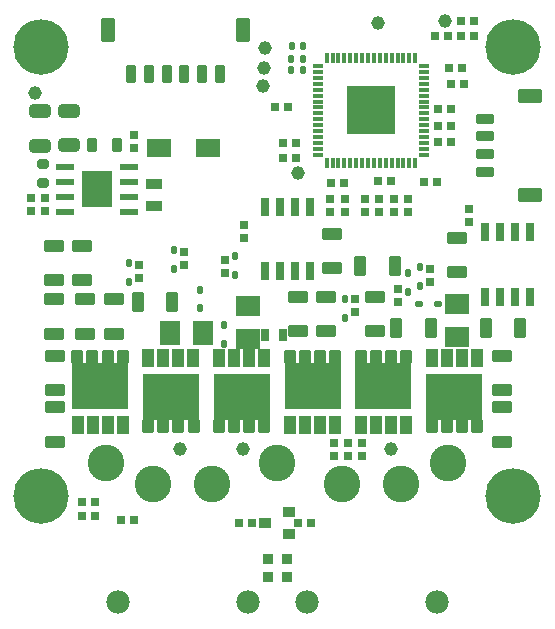
<source format=gbr>
%TF.GenerationSoftware,KiCad,Pcbnew,7.0.6*%
%TF.CreationDate,2023-08-06T04:52:03+10:00*%
%TF.ProjectId,controller,636f6e74-726f-46c6-9c65-722e6b696361,rev?*%
%TF.SameCoordinates,Original*%
%TF.FileFunction,Soldermask,Top*%
%TF.FilePolarity,Negative*%
%FSLAX46Y46*%
G04 Gerber Fmt 4.6, Leading zero omitted, Abs format (unit mm)*
G04 Created by KiCad (PCBNEW 7.0.6) date 2023-08-06 04:52:03*
%MOMM*%
%LPD*%
G01*
G04 APERTURE LIST*
G04 Aperture macros list*
%AMRoundRect*
0 Rectangle with rounded corners*
0 $1 Rounding radius*
0 $2 $3 $4 $5 $6 $7 $8 $9 X,Y pos of 4 corners*
0 Add a 4 corners polygon primitive as box body*
4,1,4,$2,$3,$4,$5,$6,$7,$8,$9,$2,$3,0*
0 Add four circle primitives for the rounded corners*
1,1,$1+$1,$2,$3*
1,1,$1+$1,$4,$5*
1,1,$1+$1,$6,$7*
1,1,$1+$1,$8,$9*
0 Add four rect primitives between the rounded corners*
20,1,$1+$1,$2,$3,$4,$5,0*
20,1,$1+$1,$4,$5,$6,$7,0*
20,1,$1+$1,$6,$7,$8,$9,0*
20,1,$1+$1,$8,$9,$2,$3,0*%
G04 Aperture macros list end*
%ADD10RoundRect,0.050800X-0.800000X0.450000X-0.800000X-0.450000X0.800000X-0.450000X0.800000X0.450000X0*%
%ADD11RoundRect,0.050800X-0.250000X-0.300000X0.250000X-0.300000X0.250000X0.300000X-0.250000X0.300000X0*%
%ADD12RoundRect,0.050800X-0.300000X0.250000X-0.300000X-0.250000X0.300000X-0.250000X0.300000X0.250000X0*%
%ADD13RoundRect,0.050800X0.450000X0.400000X-0.450000X0.400000X-0.450000X-0.400000X0.450000X-0.400000X0*%
%ADD14C,1.151600*%
%ADD15RoundRect,0.050800X0.250000X0.300000X-0.250000X0.300000X-0.250000X-0.300000X0.250000X-0.300000X0*%
%ADD16C,4.700000*%
%ADD17C,3.101600*%
%ADD18RoundRect,0.050800X0.300000X-0.250000X0.300000X0.250000X-0.300000X0.250000X-0.300000X-0.250000X0*%
%ADD19RoundRect,0.050800X-1.000000X0.800000X-1.000000X-0.800000X1.000000X-0.800000X1.000000X0.800000X0*%
%ADD20RoundRect,0.140000X-0.140000X-0.170000X0.140000X-0.170000X0.140000X0.170000X-0.140000X0.170000X0*%
%ADD21RoundRect,0.050800X-0.210000X0.275000X-0.210000X-0.275000X0.210000X-0.275000X0.210000X0.275000X0*%
%ADD22RoundRect,0.250000X-0.650000X0.325000X-0.650000X-0.325000X0.650000X-0.325000X0.650000X0.325000X0*%
%ADD23R,0.700000X1.550000*%
%ADD24RoundRect,0.050800X-0.400000X0.400000X-0.400000X-0.400000X0.400000X-0.400000X0.400000X0.400000X0*%
%ADD25RoundRect,0.050800X0.450000X0.800000X-0.450000X0.800000X-0.450000X-0.800000X0.450000X-0.800000X0*%
%ADD26C,1.976600*%
%ADD27RoundRect,0.050800X0.800000X-0.450000X0.800000X0.450000X-0.800000X0.450000X-0.800000X-0.450000X0*%
%ADD28RoundRect,0.050800X-0.300000X-0.450000X0.300000X-0.450000X0.300000X0.450000X-0.300000X0.450000X0*%
%ADD29R,2.100000X1.550000*%
%ADD30RoundRect,0.050800X-0.425000X-0.725000X0.425000X-0.725000X0.425000X0.725000X-0.425000X0.725000X0*%
%ADD31RoundRect,0.050800X-0.425000X-0.550000X0.425000X-0.550000X0.425000X0.550000X-0.425000X0.550000X0*%
%ADD32RoundRect,0.050800X-2.350000X-1.900000X2.350000X-1.900000X2.350000X1.900000X-2.350000X1.900000X0*%
%ADD33RoundRect,0.050800X-0.350000X-0.700000X0.350000X-0.700000X0.350000X0.700000X-0.350000X0.700000X0*%
%ADD34RoundRect,0.050800X-0.550000X-0.950000X0.550000X-0.950000X0.550000X0.950000X-0.550000X0.950000X0*%
%ADD35RoundRect,0.218750X0.218750X0.381250X-0.218750X0.381250X-0.218750X-0.381250X0.218750X-0.381250X0*%
%ADD36R,0.850000X0.300000*%
%ADD37R,0.300000X0.850000*%
%ADD38R,4.100000X4.100000*%
%ADD39RoundRect,0.050800X0.800000X1.000000X-0.800000X1.000000X-0.800000X-1.000000X0.800000X-1.000000X0*%
%ADD40RoundRect,0.050800X-0.450000X-0.800000X0.450000X-0.800000X0.450000X0.800000X-0.450000X0.800000X0*%
%ADD41R,1.550000X0.600000*%
%ADD42R,2.600000X3.100000*%
%ADD43RoundRect,0.050800X0.210000X-0.275000X0.210000X0.275000X-0.210000X0.275000X-0.210000X-0.275000X0*%
%ADD44RoundRect,0.050800X0.425000X0.725000X-0.425000X0.725000X-0.425000X-0.725000X0.425000X-0.725000X0*%
%ADD45RoundRect,0.050800X0.425000X0.550000X-0.425000X0.550000X-0.425000X-0.550000X0.425000X-0.550000X0*%
%ADD46RoundRect,0.050800X2.350000X1.900000X-2.350000X1.900000X-2.350000X-1.900000X2.350000X-1.900000X0*%
%ADD47RoundRect,0.200000X0.275000X-0.200000X0.275000X0.200000X-0.275000X0.200000X-0.275000X-0.200000X0*%
%ADD48RoundRect,0.050800X-0.700000X0.350000X-0.700000X-0.350000X0.700000X-0.350000X0.700000X0.350000X0*%
%ADD49RoundRect,0.050800X-0.950000X0.550000X-0.950000X-0.550000X0.950000X-0.550000X0.950000X0.550000X0*%
%ADD50RoundRect,0.050800X-0.650000X0.350000X-0.650000X-0.350000X0.650000X-0.350000X0.650000X0.350000X0*%
%ADD51RoundRect,0.050800X-0.275000X-0.210000X0.275000X-0.210000X0.275000X0.210000X-0.275000X0.210000X0*%
G04 APERTURE END LIST*
D10*
%TO.C,C22*%
X132236100Y-105753600D03*
X132236100Y-102853600D03*
%TD*%
D11*
%TO.C,C18*%
X163230000Y-86700000D03*
X162130000Y-86700000D03*
%TD*%
D12*
%TO.C,C12*%
X145710000Y-97650000D03*
X145710000Y-96550000D03*
%TD*%
D13*
%TO.C,D4*%
X149501100Y-122753600D03*
X149501100Y-120853600D03*
X147501100Y-121803600D03*
%TD*%
D11*
%TO.C,R1*%
X151384000Y-121793000D03*
X150284000Y-121793000D03*
%TD*%
D14*
%TO.C,DG2*%
X157060000Y-79430000D03*
%TD*%
D15*
%TO.C,R4*%
X163180000Y-84610000D03*
X164280000Y-84610000D03*
%TD*%
D16*
%TO.C,M1*%
X128501100Y-81503600D03*
%TD*%
D15*
%TO.C,R3*%
X163050000Y-83300000D03*
X164150000Y-83300000D03*
%TD*%
D17*
%TO.C,C0*%
X163001100Y-116703600D03*
%TD*%
D15*
%TO.C,C8*%
X135251100Y-121503600D03*
X136351100Y-121503600D03*
%TD*%
D18*
%TO.C,R24*%
X155101100Y-102803600D03*
X155101100Y-103903600D03*
%TD*%
D19*
%TO.C,RB0*%
X146001100Y-103403600D03*
X146001100Y-106203600D03*
%TD*%
D10*
%TO.C,C23*%
X134701100Y-105753600D03*
X134701100Y-102853600D03*
%TD*%
D20*
%TO.C,C64*%
X149710000Y-82460000D03*
X150670000Y-82460000D03*
%TD*%
D12*
%TO.C,R8*%
X155701100Y-116153600D03*
X155701100Y-115053600D03*
%TD*%
D21*
%TO.C,D9*%
X160611100Y-100153600D03*
X160611100Y-101753600D03*
%TD*%
D22*
%TO.C,C1*%
X128450000Y-86885000D03*
X128450000Y-89835000D03*
%TD*%
D18*
%TO.C,R27*%
X161451100Y-100253600D03*
X161451100Y-101353600D03*
%TD*%
D19*
%TO.C,RC0*%
X163750000Y-103220000D03*
X163750000Y-106020000D03*
%TD*%
D23*
%TO.C,IC3*%
X147480000Y-100460000D03*
X148750000Y-100460000D03*
X150020000Y-100460000D03*
X151290000Y-100460000D03*
X151290000Y-95010000D03*
X150020000Y-95010000D03*
X148750000Y-95010000D03*
X147480000Y-95010000D03*
%TD*%
D24*
%TO.C,D3*%
X149301100Y-126353600D03*
X149301100Y-124853600D03*
%TD*%
D15*
%TO.C,R12*%
X148980000Y-90880000D03*
X150080000Y-90880000D03*
%TD*%
%TO.C,C55*%
X132001100Y-121153600D03*
X133101100Y-121153600D03*
%TD*%
D25*
%TO.C,C61*%
X136701100Y-103103600D03*
X139601100Y-103103600D03*
%TD*%
D18*
%TO.C,R5*%
X154230000Y-94320000D03*
X154230000Y-95420000D03*
%TD*%
D23*
%TO.C,IC1*%
X169920000Y-97190000D03*
X168650000Y-97190000D03*
X167380000Y-97190000D03*
X166110000Y-97190000D03*
X166110000Y-102640000D03*
X167380000Y-102640000D03*
X168650000Y-102640000D03*
X169920000Y-102640000D03*
%TD*%
D12*
%TO.C,R19*%
X127650000Y-95390000D03*
X127650000Y-94290000D03*
%TD*%
D21*
%TO.C,D12*%
X159571100Y-100643600D03*
X159571100Y-102243600D03*
%TD*%
D12*
%TO.C,R14*%
X158380000Y-95450000D03*
X158380000Y-94350000D03*
%TD*%
D11*
%TO.C,C15*%
X163210000Y-89570000D03*
X162110000Y-89570000D03*
%TD*%
D17*
%TO.C,J1*%
X159001100Y-118503600D03*
X154001100Y-118503600D03*
D26*
X162001100Y-128503600D03*
X151001100Y-128503600D03*
%TD*%
D18*
%TO.C,R26*%
X158746100Y-102003600D03*
X158746100Y-103103600D03*
%TD*%
D11*
%TO.C,C9*%
X165190000Y-80550000D03*
X164090000Y-80550000D03*
%TD*%
D18*
%TO.C,R23*%
X140590000Y-98870000D03*
X140590000Y-99970000D03*
%TD*%
D27*
%TO.C,C32*%
X129651100Y-112003600D03*
X129651100Y-114903600D03*
%TD*%
D17*
%TO.C,J2*%
X143001100Y-118503600D03*
X138001100Y-118503600D03*
D26*
X146001100Y-128503600D03*
X135001100Y-128503600D03*
%TD*%
D28*
%TO.C,C62*%
X149006100Y-105853600D03*
X147506100Y-105853600D03*
%TD*%
D12*
%TO.C,R11*%
X128800000Y-95380000D03*
X128800000Y-94280000D03*
%TD*%
D18*
%TO.C,C5*%
X136370000Y-88970000D03*
X136370000Y-90070000D03*
%TD*%
D20*
%TO.C,C19*%
X149710000Y-83470000D03*
X150670000Y-83470000D03*
%TD*%
D17*
%TO.C,B0*%
X148501100Y-116703600D03*
%TD*%
D11*
%TO.C,C10*%
X162960000Y-80560000D03*
X161860000Y-80560000D03*
%TD*%
D10*
%TO.C,C26*%
X156751100Y-105553600D03*
X156751100Y-102653600D03*
%TD*%
D21*
%TO.C,D11*%
X154251100Y-102853600D03*
X154251100Y-104453600D03*
%TD*%
D29*
%TO.C,D14*%
X138470000Y-90030000D03*
X142670000Y-90030000D03*
%TD*%
D30*
%TO.C,Q3*%
X149596100Y-113453600D03*
X150866100Y-113453600D03*
X152136100Y-113453600D03*
X153406100Y-113453600D03*
D31*
X153426100Y-107753600D03*
X152138600Y-107753600D03*
X150863600Y-107753600D03*
X149576100Y-107753600D03*
D32*
X151501100Y-110153600D03*
%TD*%
D10*
%TO.C,C28*%
X129641100Y-105763600D03*
X129641100Y-102863600D03*
%TD*%
D21*
%TO.C,D8*%
X144931800Y-99161800D03*
X144931800Y-100761800D03*
%TD*%
D33*
%TO.C,SWD0*%
X143651100Y-83803600D03*
X142151100Y-83803600D03*
X140651100Y-83803600D03*
X139151100Y-83803600D03*
X137651100Y-83803600D03*
X136151100Y-83803600D03*
D34*
X145601100Y-80053600D03*
X134201100Y-80053600D03*
%TD*%
D10*
%TO.C,C35*%
X163731100Y-100538600D03*
X163731100Y-97638600D03*
%TD*%
D12*
%TO.C,R15*%
X159590000Y-95460000D03*
X159590000Y-94360000D03*
%TD*%
D35*
%TO.C,L1*%
X134970000Y-89800000D03*
X132845000Y-89800000D03*
%TD*%
D14*
%TO.C,TEMP1*%
X147490000Y-81570000D03*
%TD*%
D36*
%TO.C,IC2*%
X151990000Y-83100000D03*
X151990000Y-83600000D03*
X151990000Y-84100000D03*
X151990000Y-84600000D03*
X151990000Y-85100000D03*
X151990000Y-85600000D03*
X151990000Y-86100000D03*
X151990000Y-86600000D03*
X151990000Y-87100000D03*
X151990000Y-87600000D03*
X151990000Y-88100000D03*
X151990000Y-88600000D03*
X151990000Y-89100000D03*
X151990000Y-89600000D03*
X151990000Y-90100000D03*
X151990000Y-90600000D03*
D37*
X152690000Y-91300000D03*
X153190000Y-91300000D03*
X153690000Y-91300000D03*
X154190000Y-91300000D03*
X154690000Y-91300000D03*
X155190000Y-91300000D03*
X155690000Y-91300000D03*
X156190000Y-91300000D03*
X156690000Y-91300000D03*
X157190000Y-91300000D03*
X157690000Y-91300000D03*
X158190000Y-91300000D03*
X158690000Y-91300000D03*
X159190000Y-91300000D03*
X159690000Y-91300000D03*
X160190000Y-91300000D03*
D36*
X160890000Y-90600000D03*
X160890000Y-90100000D03*
X160890000Y-89600000D03*
X160890000Y-89100000D03*
X160890000Y-88600000D03*
X160890000Y-88100000D03*
X160890000Y-87600000D03*
X160890000Y-87100000D03*
X160890000Y-86600000D03*
X160890000Y-86100000D03*
X160890000Y-85600000D03*
X160890000Y-85100000D03*
X160890000Y-84600000D03*
X160890000Y-84100000D03*
X160890000Y-83600000D03*
X160890000Y-83100000D03*
D37*
X160190000Y-82400000D03*
X159690000Y-82400000D03*
X159190000Y-82400000D03*
X158690000Y-82400000D03*
X158190000Y-82400000D03*
X157690000Y-82400000D03*
X157190000Y-82400000D03*
X156690000Y-82400000D03*
X156190000Y-82400000D03*
X155690000Y-82400000D03*
X155190000Y-82400000D03*
X154690000Y-82400000D03*
X154190000Y-82400000D03*
X153690000Y-82400000D03*
X153190000Y-82400000D03*
X152690000Y-82400000D03*
D38*
X156440000Y-86850000D03*
%TD*%
D14*
%TO.C,DA0*%
X140301100Y-115503600D03*
%TD*%
D20*
%TO.C,C38*%
X149720000Y-81430000D03*
X150680000Y-81430000D03*
%TD*%
D11*
%TO.C,C57*%
X154120000Y-93030000D03*
X153020000Y-93030000D03*
%TD*%
D21*
%TO.C,D1*%
X141946100Y-102018600D03*
X141946100Y-103618600D03*
%TD*%
D39*
%TO.C,RA0*%
X142261100Y-105733600D03*
X139461100Y-105733600D03*
%TD*%
D14*
%TO.C,DBG1*%
X147400000Y-83250000D03*
%TD*%
D25*
%TO.C,C33*%
X166180000Y-105270000D03*
X169080000Y-105270000D03*
%TD*%
D15*
%TO.C,R13*%
X148980000Y-89590000D03*
X150080000Y-89590000D03*
%TD*%
D10*
%TO.C,C27*%
X153120000Y-100220000D03*
X153120000Y-97320000D03*
%TD*%
D21*
%TO.C,D10*%
X135951100Y-99803600D03*
X135951100Y-101403600D03*
%TD*%
D18*
%TO.C,R25*%
X144111800Y-99561800D03*
X144111800Y-100661800D03*
%TD*%
D40*
%TO.C,C34*%
X158440000Y-99990000D03*
X155540000Y-99990000D03*
%TD*%
D12*
%TO.C,R6*%
X153000000Y-95420000D03*
X153000000Y-94320000D03*
%TD*%
D30*
%TO.C,Q5*%
X155596100Y-113453600D03*
X156866100Y-113453600D03*
X158136100Y-113453600D03*
X159406100Y-113453600D03*
D31*
X159426100Y-107753600D03*
X158138600Y-107753600D03*
X156863600Y-107753600D03*
X155576100Y-107753600D03*
D32*
X157501100Y-110153600D03*
%TD*%
D16*
%TO.C,M2*%
X168501100Y-81503600D03*
%TD*%
D14*
%TO.C,DC0*%
X158101100Y-115503600D03*
%TD*%
D11*
%TO.C,C16*%
X149430000Y-86580000D03*
X148330000Y-86580000D03*
%TD*%
%TO.C,C3*%
X158110000Y-92830000D03*
X157010000Y-92830000D03*
%TD*%
D41*
%TO.C,U1*%
X130550000Y-91615000D03*
X130550000Y-92885000D03*
X130550000Y-94155000D03*
X130550000Y-95425000D03*
X135950000Y-95425000D03*
X135950000Y-94155000D03*
X135950000Y-92885000D03*
X135950000Y-91615000D03*
D42*
X133250000Y-93520000D03*
%TD*%
D11*
%TO.C,C17*%
X163230000Y-88160000D03*
X162130000Y-88160000D03*
%TD*%
D27*
%TO.C,C31*%
X132001100Y-98303600D03*
X132001100Y-101203600D03*
%TD*%
D18*
%TO.C,C13*%
X153301100Y-115053600D03*
X153301100Y-116153600D03*
%TD*%
D27*
%TO.C,C37*%
X167501100Y-112003600D03*
X167501100Y-114903600D03*
%TD*%
D17*
%TO.C,A0*%
X134001100Y-116703600D03*
%TD*%
D30*
%TO.C,Q1*%
X131596100Y-113453600D03*
X132866100Y-113453600D03*
X134136100Y-113453600D03*
X135406100Y-113453600D03*
D31*
X135426100Y-107753600D03*
X134138600Y-107753600D03*
X132863600Y-107753600D03*
X131576100Y-107753600D03*
D32*
X133501100Y-110153600D03*
%TD*%
D43*
%TO.C,D5*%
X144001100Y-106653600D03*
X144001100Y-105053600D03*
%TD*%
D14*
%TO.C,TEMP2*%
X162701100Y-79303600D03*
%TD*%
D44*
%TO.C,Q2*%
X141406100Y-107853600D03*
X140136100Y-107853600D03*
X138866100Y-107853600D03*
X137596100Y-107853600D03*
D45*
X137576100Y-113553600D03*
X138863600Y-113553600D03*
X140138600Y-113553600D03*
X141426100Y-113553600D03*
D46*
X139501100Y-111153600D03*
%TD*%
D15*
%TO.C,R10*%
X132001100Y-120003600D03*
X133101100Y-120003600D03*
%TD*%
D47*
%TO.C,R18*%
X128670000Y-93000000D03*
X128670000Y-91350000D03*
%TD*%
D25*
%TO.C,C63*%
X158601100Y-105253600D03*
X161501100Y-105253600D03*
%TD*%
D12*
%TO.C,R17*%
X157160000Y-95460000D03*
X157160000Y-94360000D03*
%TD*%
D48*
%TO.C,ABS0*%
X166131100Y-92053600D03*
X166131100Y-90553600D03*
X166131100Y-89053600D03*
X166131100Y-87553600D03*
D49*
X169881100Y-94003600D03*
X169881100Y-85603600D03*
%TD*%
D10*
%TO.C,C24*%
X150301100Y-105553600D03*
X150301100Y-102653600D03*
%TD*%
D18*
%TO.C,R22*%
X136801100Y-99903600D03*
X136801100Y-101003600D03*
%TD*%
D24*
%TO.C,D2*%
X147701100Y-126353600D03*
X147701100Y-124853600D03*
%TD*%
D16*
%TO.C,M3*%
X128501100Y-119503600D03*
%TD*%
D15*
%TO.C,R2*%
X145280200Y-121767600D03*
X146380200Y-121767600D03*
%TD*%
D44*
%TO.C,Q6*%
X165406100Y-107853600D03*
X164136100Y-107853600D03*
X162866100Y-107853600D03*
X161596100Y-107853600D03*
D45*
X161576100Y-113553600D03*
X162863600Y-113553600D03*
X164138600Y-113553600D03*
X165426100Y-113553600D03*
D46*
X163501100Y-111153600D03*
%TD*%
D44*
%TO.C,Q4*%
X147406100Y-107853600D03*
X146136100Y-107853600D03*
X144866100Y-107853600D03*
X143596100Y-107853600D03*
D45*
X143576100Y-113553600D03*
X144863600Y-113553600D03*
X146138600Y-113553600D03*
X147426100Y-113553600D03*
D46*
X145501100Y-111153600D03*
%TD*%
D15*
%TO.C,R7*%
X164051100Y-79303600D03*
X165151100Y-79303600D03*
%TD*%
D14*
%TO.C,DBG2*%
X147310000Y-84750000D03*
%TD*%
D27*
%TO.C,C36*%
X167501100Y-107653600D03*
X167501100Y-110553600D03*
%TD*%
D14*
%TO.C,D33*%
X128001100Y-85403600D03*
%TD*%
D12*
%TO.C,C11*%
X164701100Y-96303600D03*
X164701100Y-95203600D03*
%TD*%
D27*
%TO.C,C30*%
X129651100Y-107653600D03*
X129651100Y-110553600D03*
%TD*%
D22*
%TO.C,C2*%
X130840000Y-86875000D03*
X130840000Y-89825000D03*
%TD*%
D50*
%TO.C,C4*%
X138070000Y-94970000D03*
X138070000Y-93070000D03*
%TD*%
D51*
%TO.C,D6*%
X160501100Y-103203600D03*
X162101100Y-103203600D03*
%TD*%
D14*
%TO.C,DAC0*%
X150280000Y-92180000D03*
%TD*%
D21*
%TO.C,D7*%
X139745000Y-98670000D03*
X139745000Y-100270000D03*
%TD*%
D12*
%TO.C,R16*%
X155930000Y-95460000D03*
X155930000Y-94360000D03*
%TD*%
D16*
%TO.C,M4*%
X168501100Y-119503600D03*
%TD*%
D10*
%TO.C,C25*%
X152601100Y-105553600D03*
X152601100Y-102653600D03*
%TD*%
D11*
%TO.C,C65*%
X162030000Y-92890000D03*
X160930000Y-92890000D03*
%TD*%
D14*
%TO.C,DB0*%
X145601100Y-115503600D03*
%TD*%
D18*
%TO.C,R9*%
X154501100Y-115053600D03*
X154501100Y-116153600D03*
%TD*%
D27*
%TO.C,C29*%
X129641100Y-98303600D03*
X129641100Y-101203600D03*
%TD*%
M02*

</source>
